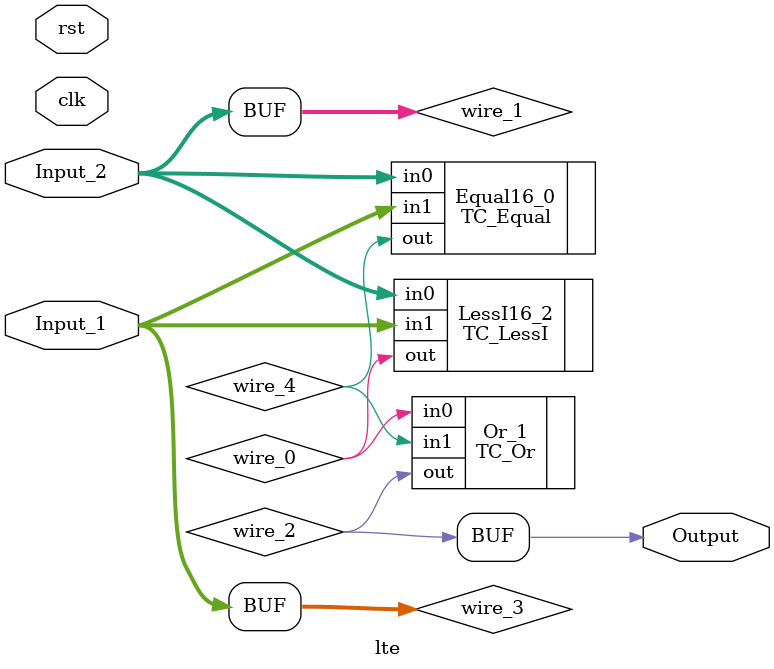
<source format=v>
module lte (clk, rst, Input_1, Input_2, Output);
  parameter UUID = 0;
  parameter NAME = "";
  input wire clk;
  input wire rst;

  input  wire [15:0] Input_1;
  input  wire [15:0] Input_2;
  output  wire [0:0] Output;

  TC_Equal # (.UUID(64'd3282073931348948330 ^ UUID), .BIT_WIDTH(64'd16)) Equal16_0 (.in0(wire_1), .in1(wire_3), .out(wire_4));
  TC_Or # (.UUID(64'd927868631695770935 ^ UUID), .BIT_WIDTH(64'd1)) Or_1 (.in0(wire_0), .in1(wire_4), .out(wire_2));
  TC_LessI # (.UUID(64'd2013732172906029270 ^ UUID), .BIT_WIDTH(64'd16)) LessI16_2 (.in0(wire_1), .in1(wire_3), .out(wire_0));
  TC_Constant # (.UUID(64'd587738403212964597 ^ UUID), .BIT_WIDTH(64'd1), .value(1'd0)) Off_3 (.out());

  wire [0:0] wire_0;
  wire [15:0] wire_1;
  assign wire_1 = Input_2;
  wire [0:0] wire_2;
  assign Output = wire_2;
  wire [15:0] wire_3;
  assign wire_3 = Input_1;
  wire [0:0] wire_4;

endmodule

</source>
